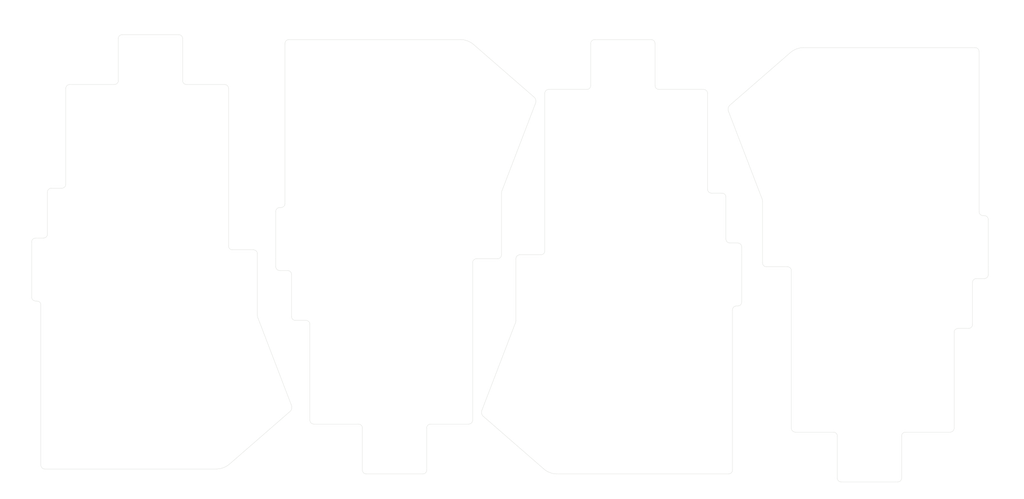
<source format=kicad_pcb>
(kicad_pcb (version 20211014) (generator pcbnew)

  (general
    (thickness 1.6)
  )

  (paper "A4")
  (layers
    (0 "F.Cu" signal)
    (31 "B.Cu" signal)
    (32 "B.Adhes" user "B.Adhesive")
    (33 "F.Adhes" user "F.Adhesive")
    (34 "B.Paste" user)
    (35 "F.Paste" user)
    (36 "B.SilkS" user "B.Silkscreen")
    (37 "F.SilkS" user "F.Silkscreen")
    (38 "B.Mask" user)
    (39 "F.Mask" user)
    (40 "Dwgs.User" user "User.Drawings")
    (41 "Cmts.User" user "User.Comments")
    (42 "Eco1.User" user "User.Eco1")
    (43 "Eco2.User" user "User.Eco2")
    (44 "Edge.Cuts" user)
    (45 "Margin" user)
    (46 "B.CrtYd" user "B.Courtyard")
    (47 "F.CrtYd" user "F.Courtyard")
    (48 "B.Fab" user)
    (49 "F.Fab" user)
    (50 "User.1" user)
    (51 "User.2" user)
    (52 "User.3" user)
    (53 "User.4" user)
    (54 "User.5" user)
    (55 "User.6" user)
    (56 "User.7" user)
    (57 "User.8" user)
    (58 "User.9" user)
  )

  (setup
    (stackup
      (layer "F.SilkS" (type "Top Silk Screen"))
      (layer "F.Paste" (type "Top Solder Paste"))
      (layer "F.Mask" (type "Top Solder Mask") (thickness 0.01))
      (layer "F.Cu" (type "copper") (thickness 0.035))
      (layer "dielectric 1" (type "core") (thickness 1.51) (material "FR4") (epsilon_r 4.5) (loss_tangent 0.02))
      (layer "B.Cu" (type "copper") (thickness 0.035))
      (layer "B.Mask" (type "Bottom Solder Mask") (thickness 0.01))
      (layer "B.Paste" (type "Bottom Solder Paste"))
      (layer "B.SilkS" (type "Bottom Silk Screen"))
      (copper_finish "None")
      (dielectric_constraints no)
    )
    (pad_to_mask_clearance 0)
    (pcbplotparams
      (layerselection 0x0001000_7ffffffe)
      (disableapertmacros false)
      (usegerberextensions true)
      (usegerberattributes false)
      (usegerberadvancedattributes false)
      (creategerberjobfile false)
      (svguseinch false)
      (svgprecision 6)
      (excludeedgelayer true)
      (plotframeref false)
      (viasonmask false)
      (mode 1)
      (useauxorigin false)
      (hpglpennumber 1)
      (hpglpenspeed 20)
      (hpglpendiameter 15.000000)
      (dxfpolygonmode true)
      (dxfimperialunits true)
      (dxfusepcbnewfont true)
      (psnegative false)
      (psa4output false)
      (plotreference true)
      (plotvalue true)
      (plotinvisibletext false)
      (sketchpadsonfab false)
      (subtractmaskfromsilk false)
      (outputformat 5)
      (mirror false)
      (drillshape 0)
      (scaleselection 1)
      (outputdirectory "../case production/")
    )
  )

  (net 0 "")

  (gr_rect (start -80 10) (end 310 200) (layer "Cmts.User") (width 0.15) (fill none) (tstamp 9b377b7a-5b5d-4764-8ea7-63017c374dd1))
  (gr_arc (start 222.939339 174.56066) (mid 221.878678 174.121322) (end 221.439343 173.060662) (layer "Edge.Cuts") (width 0.1) (tstamp 00ba0519-90e1-41fc-a693-3811ce0af253))
  (gr_line (start 225.939341 28.060661) (end 291.439339 28.060658) (layer "Edge.Cuts") (width 0.1) (tstamp 02e162aa-5b70-4ed4-94eb-de6f760d3d69))
  (gr_arc (start 201 102.500001) (mid 202.06066 102.939341) (end 202.5 104.000001) (layer "Edge.Cuts") (width 0.1) (tstamp 030eb69d-ab72-410e-b8e9-441656837404))
  (gr_arc (start -54.999987 80.121357) (mid -55.439354 81.181989) (end -56.499985 81.621359) (layer "Edge.Cuts") (width 0.1) (tstamp 0333fd4e-b01e-4f5f-8882-85d1518664a5))
  (gr_line (start 143.500001 44.000002) (end 128.999999 44) (layer "Edge.Cuts") (width 0.1) (tstamp 03db1a4c-b093-437b-a2c6-d00aec5227a7))
  (gr_line (start 116.236071 133.118035) (end 103.602635 166.051316) (layer "Edge.Cuts") (width 0.1) (tstamp 0782e91c-d959-4c9f-9c58-0ebd345385f1))
  (gr_arc (start 144.999998 42.500003) (mid 144.560658 43.560659) (end 143.500001 44.000002) (layer "Edge.Cuts") (width 0.1) (tstamp 080d87df-6aa0-4452-90e8-f93692bfa1ba))
  (gr_arc (start -61.999985 99.121359) (mid -62.439353 100.181992) (end -63.499984 100.621356) (layer "Edge.Cuts") (width 0.1) (tstamp 0a73421c-4bee-4d37-a921-3609dbc05f0f))
  (gr_arc (start 211.939339 111.56066) (mid 210.878679 111.12132) (end 210.43934 110.060659) (layer "Edge.Cuts") (width 0.1) (tstamp 0cb3ea15-66cf-4c4e-a771-eecf7c243b1b))
  (gr_line (start 291.939341 116.06066) (end 294.939338 116.060661) (layer "Edge.Cuts") (width 0.1) (tstamp 0ccb003e-a9c9-49b7-b276-1efe7e75e0d6))
  (gr_arc (start 127.499999 105.5) (mid 127.060658 106.56066) (end 125.999997 106.999997) (layer "Edge.Cuts") (width 0.1) (tstamp 106894ed-c9d3-43f2-a7c2-8b6fec7a7aa7))
  (gr_line (start 189.500001 82) (end 189.499998 45.5) (layer "Edge.Cuts") (width 0.1) (tstamp 13695792-e4c1-4ce5-9105-812f3069a4f3))
  (gr_arc (start -67.999988 102.121359) (mid -67.560675 101.060667) (end -66.499982 100.621362) (layer "Edge.Cuts") (width 0.1) (tstamp 13aa6e4e-6f62-47b8-8933-54ecd78c55ad))
  (gr_arc (start 194.999999 83.499999) (mid 196.060661 83.939338) (end 196.500002 84.999999) (layer "Edge.Cuts") (width 0.1) (tstamp 161c78ab-4d3f-49fb-bc34-54ebe05373ce))
  (gr_arc (start 8.500015 105.121358) (mid 7.439371 104.682011) (end 7.000011 103.621361) (layer "Edge.Cuts") (width 0.1) (tstamp 17300845-c35f-4ccb-bb86-e0cf6aa2ee19))
  (gr_line (start 188 44.000004) (end 171.000002 44.000002) (layer "Edge.Cuts") (width 0.1) (tstamp 1930fd67-797b-4678-bd67-52839cc3d2a2))
  (gr_arc (start 290.439341 117.56066) (mid 290.878698 116.500041) (end 291.939341 116.06066) (layer "Edge.Cuts") (width 0.1) (tstamp 21345984-ea2c-4520-916f-2cab0d1d5b64))
  (gr_arc (start 39.499999 171.499999) (mid 38.43934 171.060659) (end 38 170) (layer "Edge.Cuts") (width 0.1) (tstamp 218688bd-bb85-4adc-b9d8-04e08a273e2d))
  (gr_line (start 127.5 45.499999) (end 127.499999 105.5) (layer "Edge.Cuts") (width 0.1) (tstamp 23ae8e1d-370d-4584-bd59-e8886d1c6837))
  (gr_arc (start 30.897381 164.172675) (mid 31.093946 165.461159) (end 30.50001 166.621362) (layer "Edge.Cuts") (width 0.1) (tstamp 26594d7d-7b0b-4a29-83dc-a2d0b858d1f5))
  (gr_line (start 111.263932 82.381966) (end 123.897367 49.448683) (layer "Edge.Cuts") (width 0.1) (tstamp 27ec786a-c993-4c9a-aeb1-c6fbf3519ef8))
  (gr_arc (start 132.000003 190.5) (mid 129.323544 189.941143) (end 127.000001 188.5) (layer "Edge.Cuts") (width 0.1) (tstamp 2861e7fd-1dbd-4cae-bb5b-a2cde4f6b09b))
  (gr_arc (start 198.000001 102.5) (mid 196.93934 102.060661) (end 196.500001 101) (layer "Edge.Cuts") (width 0.1) (tstamp 28901072-dc38-4667-b8c2-34da03b2696a))
  (gr_arc (start -34.999987 40.621356) (mid -35.439357 41.681978) (end -36.499986 42.121362) (layer "Edge.Cuts") (width 0.1) (tstamp 29fa5118-bd84-485e-9e29-a5155136c1a4))
  (gr_line (start 125.999997 106.999997) (end 117.999999 107) (layer "Edge.Cuts") (width 0.1) (tstamp 2abe6573-691b-4820-a138-58317a404c16))
  (gr_arc (start 294.43934 92.060661) (mid 293.378665 91.621332) (end 292.93934 90.560657) (layer "Edge.Cuts") (width 0.1) (tstamp 2f488157-077f-4964-9f39-0c6bd2e1bbc3))
  (gr_arc (start 296.43934 114.56066) (mid 296.000016 115.621362) (end 294.939338 116.060661) (layer "Edge.Cuts") (width 0.1) (tstamp 366def3d-5ea8-4400-9e6d-b5a3c9ba914f))
  (gr_arc (start 210.175412 85.442624) (mid 210.372462 85.986279) (end 210.439339 86.560663) (layer "Edge.Cuts") (width 0.1) (tstamp 3dfb96e0-32bd-49e6-8caf-d163120d88e5))
  (gr_arc (start 219.939337 111.560663) (mid 220.999998 111.999999) (end 221.43934 113.060658) (layer "Edge.Cuts") (width 0.1) (tstamp 3f1c38fd-3772-42f9-8e9e-494734e4b675))
  (gr_arc (start 294.93934 92.060661) (mid 295.999987 92.500013) (end 296.439341 93.560661) (layer "Edge.Cuts") (width 0.1) (tstamp 3f482134-a4d7-477e-9309-a4ed9baa627d))
  (gr_arc (start 237.439341 174.560658) (mid 238.499993 175.000002) (end 238.939336 176.060657) (layer "Edge.Cuts") (width 0.1) (tstamp 429ef34a-6b36-4b74-97c9-46db74ae38d5))
  (gr_line (start -10.499984 40.621363) (end -10.499985 24.621355) (layer "Edge.Cuts") (width 0.1) (tstamp 43f20e7e-7f1b-432e-9eeb-8fb88dd0d8f0))
  (gr_arc (start 26.5 112.999999) (mid 25.439342 112.560659) (end 25.000001 111.5) (layer "Edge.Cuts") (width 0.1) (tstamp 442f5304-84ae-4aa0-a65d-ab6cc42867f2))
  (gr_line (start 24.999999 90.5) (end 25 108.499999) (layer "Edge.Cuts") (width 0.1) (tstamp 44736c8e-2607-4012-87f0-309a06a469e6))
  (gr_line (start -61.999988 83.121358) (end -61.999985 99.121359) (layer "Edge.Cuts") (width 0.1) (tstamp 46c50549-2e27-4f51-b8e8-f2283748c049))
  (gr_line (start 100.5 27.000001) (end 123.500002 47) (layer "Edge.Cuts") (width 0.1) (tstamp 476912c2-65da-47a3-88b5-d43cb60548ce))
  (gr_line (start 199 128.000003) (end 199.000007 188.999998) (layer "Edge.Cuts") (width 0.1) (tstamp 4795e633-b336-43d5-9e14-034279d6e1e3))
  (gr_arc (start 240.439337 193.560662) (mid 239.378679 193.121322) (end 238.939337 192.060664) (layer "Edge.Cuts") (width 0.1) (tstamp 4905af1f-2843-45df-b4b2-b74c11f1402d))
  (gr_line (start -64.499995 187.121358) (end -64.499985 126.12136) (layer "Edge.Cuts") (width 0.1) (tstamp 49c6ee38-e46a-42d9-9109-b2afe599a70e))
  (gr_line (start 284.939339 135.060659) (end 288.939341 135.06066) (layer "Edge.Cuts") (width 0.1) (tstamp 4a111f15-89fc-46f3-aae2-39fa97886105))
  (gr_arc (start 283.43934 136.56066) (mid 283.878696 135.500041) (end 284.939339 135.060659) (layer "Edge.Cuts") (width 0.1) (tstamp 4a480c5e-eae9-44b8-b73b-0b2fb5787ad0))
  (gr_arc (start -62.999987 188.62136) (mid -64.060687 188.182056) (end -64.499995 187.121358) (layer "Edge.Cuts") (width 0.1) (tstamp 4d2d1137-17cd-44e5-a28b-058f292ccda0))
  (gr_arc (start 202.500001 124.999999) (mid 202.060662 126.060661) (end 201 126.499999) (layer "Edge.Cuts") (width 0.1) (tstamp 4dedc4d7-9d4c-4efd-9773-1c295464e126))
  (gr_arc (start 171.000002 44.000002) (mid 169.93934 43.560662) (end 169.500001 42.5) (layer "Edge.Cuts") (width 0.1) (tstamp 4e318e53-d1eb-478d-a62e-dca830c60d71))
  (gr_line (start -11.999985 23.121358) (end -33.499986 23.12136) (layer "Edge.Cuts") (width 0.1) (tstamp 4f7d3bfd-9052-412e-9667-c6f86b0617c1))
  (gr_arc (start 100 110) (mid 100.43934 108.939339) (end 101.5 108.5) (layer "Edge.Cuts") (width 0.1) (tstamp 4fbe04c8-55e5-457f-9955-be3644559b6d))
  (gr_arc (start 199.000007 188.999998) (mid 198.560668 190.060664) (end 197.500001 190.500001) (layer "Edge.Cuts") (width 0.1) (tstamp 51757f39-6b58-4073-823b-7e232714c1f8))
  (gr_arc (start 199 128.000003) (mid 199.439339 126.939341) (end 200.5 126.5) (layer "Edge.Cuts") (width 0.1) (tstamp 569b3222-c2f9-45e4-a003-180a564b1620))
  (gr_line (start 127.000001 188.5) (end 104 168.500001) (layer "Edge.Cuts") (width 0.1) (tstamp 575907c2-aed9-443a-ad81-4e01c58eaf03))
  (gr_arc (start 82.5 172.999999) (mid 82.939341 171.93934) (end 84.000001 171.5) (layer "Edge.Cuts") (width 0.1) (tstamp 57e4007c-ceeb-4e9c-988c-c49637da2139))
  (gr_line (start 26.999999 89.000001) (end 26.5 88.999999) (layer "Edge.Cuts") (width 0.1) (tstamp 58ceb97d-f09d-4cd4-8aff-3523383345b2))
  (gr_arc (start 7.500013 186.621359) (mid 5.176472 188.062519) (end 2.50001 188.621359) (layer "Edge.Cuts") (width 0.1) (tstamp 5ad04e47-7c11-493e-8ec4-db3c4d9de81f))
  (gr_line (start 211.939339 111.56066) (end 219.939337 111.560663) (layer "Edge.Cuts") (width 0.1) (tstamp 608b44a6-15e2-4285-b321-4c318808aa7c))
  (gr_line (start 296.439342 111.56066) (end 296.439341 93.560661) (layer "Edge.Cuts") (width 0.1) (tstamp 62ae6ddc-3d49-4ebb-9698-56b2c7b70e09))
  (gr_line (start 30.50001 166.621362) (end 7.500013 186.621359) (layer "Edge.Cuts") (width 0.1) (tstamp 63d6bf9d-40bf-4337-a094-0b277ce92746))
  (gr_line (start -36.499986 42.121362) (end -53.499985 42.121361) (layer "Edge.Cuts") (width 0.1) (tstamp 65e50457-e7d9-4aa4-8550-242ff59878e2))
  (gr_arc (start 110.999999 83.499999) (mid 111.066876 82.925617) (end 111.263932 82.381966) (layer "Edge.Cuts") (width 0.1) (tstamp 69660601-3cac-47b7-951f-39fd2dc0cf4b))
  (gr_line (start -34.999986 24.621359) (end -34.999987 40.621356) (layer "Edge.Cuts") (width 0.1) (tstamp 6c16aaff-2c90-4850-9d15-53abeb2d5f88))
  (gr_line (start 100 170) (end 100 110) (layer "Edge.Cuts") (width 0.1) (tstamp 6dc573fb-e0a8-46ef-8ead-5a396344f87f))
  (gr_line (start 39.499999 171.499999) (end 56.499999 171.5) (layer "Edge.Cuts") (width 0.1) (tstamp 70921b80-4a63-4609-b176-62fef2423ae1))
  (gr_line (start 169.500001 42.5) (end 169.499999 26.5) (layer "Edge.Cuts") (width 0.1) (tstamp 7297b465-162f-41de-820c-2d18bf81b6c7))
  (gr_line (start -56.499985 81.621359) (end -60.499984 81.621355) (layer "Edge.Cuts") (width 0.1) (tstamp 7697685c-fa62-4f5f-8bb4-e2331f4bd64f))
  (gr_line (start 16.500013 105.121358) (end 8.500015 105.121358) (layer "Edge.Cuts") (width 0.1) (tstamp 78c317cb-01b8-4cea-b12d-099efbc71384))
  (gr_line (start 197.541976 52.509345) (end 210.175412 85.442624) (layer "Edge.Cuts") (width 0.1) (tstamp 7920f61f-28a6-4805-ba0f-cb1ccfa86375))
  (gr_arc (start -65.999984 124.621359) (mid -64.939313 125.060687) (end -64.499985 126.12136) (layer "Edge.Cuts") (width 0.1) (tstamp 7aa719db-6133-4b5a-9d60-b8e300311eed))
  (gr_line (start 197.500001 190.500001) (end 132.000003 190.5) (layer "Edge.Cuts") (width 0.1) (tstamp 7cd3c73e-9577-4ec8-b56d-74fc009a192e))
  (gr_arc (start 127.5 45.499999) (mid 127.93934 44.43934) (end 128.999999 44) (layer "Edge.Cuts") (width 0.1) (tstamp 7e9f0071-2b55-4e3e-a231-31101e1a3724))
  (gr_arc (start -61.999988 83.121358) (mid -61.560675 82.060669) (end -60.499984 81.621355) (layer "Edge.Cuts") (width 0.1) (tstamp 7eb20018-98d6-4ad0-9c1a-b40d3ed5ae24))
  (gr_arc (start 191 83.499999) (mid 189.939341 83.060659) (end 189.500001 82) (layer "Edge.Cuts") (width 0.1) (tstamp 82f9318b-489e-4a9d-82a3-ca3f853095de))
  (gr_arc (start 28.500001 26.5) (mid 28.93934 25.439341) (end 29.999999 25.000001) (layer "Edge.Cuts") (width 0.1) (tstamp 83e44ad1-ac8c-44be-ba11-dedd452ea5b2))
  (gr_line (start -67.999988 102.121359) (end -67.999986 105.121356) (layer "Edge.Cuts") (width 0.1) (tstamp 85a37e42-e25d-4690-b5f7-2d3cfc8c0b19))
  (gr_arc (start 220.939344 30.060661) (mid 223.262886 28.619521) (end 225.939341 28.060661) (layer "Edge.Cuts") (width 0.1) (tstamp 8639bcd9-c16c-4aaa-ad86-6130c1e569c5))
  (gr_arc (start 263.439339 192.060662) (mid 263.000015 193.121361) (end 261.939339 193.560661) (layer "Edge.Cuts") (width 0.1) (tstamp 87447162-a453-4969-82b8-863f7a2f3cbd))
  (gr_arc (start 197.541976 52.509345) (mid 197.345411 51.220864) (end 197.939338 50.06066) (layer "Edge.Cuts") (width 0.1) (tstamp 87cef7df-f373-438f-b602-d11dcc4fec45))
  (gr_line (start 111 107.000001) (end 110.999999 83.499999) (layer "Edge.Cuts") (width 0.1) (tstamp 894ff266-3bed-4d51-a782-277a2684c80e))
  (gr_line (start 59.5 190.5) (end 81 190.499999) (layer "Edge.Cuts") (width 0.1) (tstamp 89b5064c-ed6c-41c5-976b-b84fccb13b3a))
  (gr_arc (start -11.999985 23.121358) (mid -10.939306 23.560687) (end -10.499985 24.621355) (layer "Edge.Cuts") (width 0.1) (tstamp 89ea2fed-8666-49ff-add0-0c5e53e38af9))
  (gr_arc (start -66.499987 124.621361) (mid -67.560638 124.182007) (end -67.99999 123.121355) (layer "Edge.Cuts") (width 0.1) (tstamp 8b23f301-56b6-4330-aa8e-1b1a66c9231b))
  (gr_line (start 210.439339 86.560663) (end 210.43934 110.060659) (layer "Edge.Cuts") (width 0.1) (tstamp 8dc59ee5-b252-48a6-a3e2-bb134958bbff))
  (gr_line (start 194.999999 83.499999) (end 191 83.499999) (layer "Edge.Cuts") (width 0.1) (tstamp 9304813c-828b-4c08-b7ae-05a83b2339d6))
  (gr_line (start 38 133.5) (end 38 170) (layer "Edge.Cuts") (width 0.1) (tstamp 94b2485e-7f2e-4fca-a6e4-502d04f55b12))
  (gr_arc (start 5.500014 42.121356) (mid 6.560691 42.560688) (end 7.000014 43.621358) (layer "Edge.Cuts") (width 0.1) (tstamp 9591cce4-9d80-4664-975f-5b57b064b535))
  (gr_line (start 222.939339 174.56066) (end 237.439341 174.560658) (layer "Edge.Cuts") (width 0.1) (tstamp 9989e6c7-ff27-401a-9be0-d423bdcfc62d))
  (gr_arc (start 291.439339 28.060658) (mid 292.500052 28.499976) (end 292.939347 29.560662) (layer "Edge.Cuts") (width 0.1) (tstamp 9b17cbde-1646-4fc3-bf1e-1bb784ebf0c4))
  (gr_line (start 144.999997 26.499996) (end 144.999998 42.500003) (layer "Edge.Cuts") (width 0.1) (tstamp 9c052a08-a5f7-42ce-b010-2fa9634fbae2))
  (gr_arc (start 16.500013 105.121358) (mid 17.56069 105.560689) (end 18.000014 106.62136) (layer "Edge.Cuts") (width 0.1) (tstamp 9d0c9601-2f1a-4c82-ba4d-b31c51cfa218))
  (gr_line (start 296.43934 114.56066) (end 296.439342 111.56066) (layer "Edge.Cuts") (width 0.1) (tstamp 9e2889ad-fe88-48d2-ac35-96257333d216))
  (gr_line (start 196.500001 101) (end 196.500002 84.999999) (layer "Edge.Cuts") (width 0.1) (tstamp 9e2bd4ca-0c88-4c53-93cb-466d14d739ae))
  (gr_line (start 290.439342 133.560662) (end 290.439341 117.56066) (layer "Edge.Cuts") (width 0.1) (tstamp 9e5b4d01-5d81-4c22-8277-0e5f2ef49b77))
  (gr_arc (start 263.439342 176.060661) (mid 263.878698 175.000042) (end 264.93934 174.56066) (layer "Edge.Cuts") (width 0.1) (tstamp a0ac408e-904c-42c7-88e2-40db598426b8))
  (gr_arc (start 100 170) (mid 99.56066 171.06066) (end 98.5 171.500001) (layer "Edge.Cuts") (width 0.1) (tstamp a121f28c-73f6-4d7e-b8d8-5898839a1036))
  (gr_line (start 30.897381 164.172675) (end 18.263943 131.239393) (layer "Edge.Cuts") (width 0.1) (tstamp a2bfd437-f2bc-442d-84ca-629cd631850f))
  (gr_line (start 263.439339 192.060662) (end 263.439342 176.060661) (layer "Edge.Cuts") (width 0.1) (tstamp a51a587b-249b-43c4-9448-5ac34a6426aa))
  (gr_arc (start 29.5 113) (mid 30.56066 113.43934) (end 31 114.5) (layer "Edge.Cuts") (width 0.1) (tstamp a68cb5bf-9ba0-46b6-a41b-341a3a9b0ad2))
  (gr_line (start 202.500001 124.999999) (end 202.500002 106.999999) (layer "Edge.Cuts") (width 0.1) (tstamp a6b5323d-e747-4ee1-b305-4311a7dbe736))
  (gr_arc (start 188 44.000004) (mid 189.060656 44.439343) (end 189.499998 45.5) (layer "Edge.Cuts") (width 0.1) (tstamp a7584c0f-cb6e-4489-8d2b-6ffeded63bcf))
  (gr_arc (start -34.999986 24.621359) (mid -34.560677 23.560662) (end -33.499986 23.12136) (layer "Edge.Cuts") (width 0.1) (tstamp a858e083-c27d-463a-b2c2-7fc0e1218cc4))
  (gr_line (start -54.999983 43.62136) (end -54.999987 80.121357) (layer "Edge.Cuts") (width 0.1) (tstamp a89585bb-ae61-49d3-aebc-138c423dce1b))
  (gr_line (start 197.939338 50.06066) (end 220.939344 30.060661) (layer "Edge.Cuts") (width 0.1) (tstamp ac498a97-ac6b-43a5-949e-e6a8e1bcbce9))
  (gr_line (start 221.43934 113.060658) (end 221.439343 173.060662) (layer "Edge.Cuts") (width 0.1) (tstamp ac6806d4-e715-4247-954e-bf42a9de4aa2))
  (gr_line (start 5.500014 42.121356) (end -8.999985 42.121361) (layer "Edge.Cuts") (width 0.1) (tstamp aec260d3-c6c1-4918-a521-893fdf5babd2))
  (gr_line (start 58 173) (end 57.999999 189) (layer "Edge.Cuts") (width 0.1) (tstamp b30ee230-04e8-4ce7-9ab6-e743c575f512))
  (gr_line (start 31 114.5) (end 31 130.500001) (layer "Edge.Cuts") (width 0.1) (tstamp b55d8acc-2fc2-4f37-9502-37b84d374c79))
  (gr_line (start 116.5 108.500001) (end 116.499999 131.999999) (layer "Edge.Cuts") (width 0.1) (tstamp b56e7a69-6242-4c23-9683-0e6198d6c116))
  (gr_line (start 240.439337 193.560662) (end 261.939339 193.560661) (layer "Edge.Cuts") (width 0.1) (tstamp b5ece10c-4806-464e-a499-f75c31dbd10d))
  (gr_arc (start 36.500001 131.999999) (mid 37.560662 132.439339) (end 38 133.5) (layer "Edge.Cuts") (width 0.1) (tstamp b67b379c-b801-4870-977b-84679afb2c1d))
  (gr_line (start 25 108.499999) (end 25.000001 111.5) (layer "Edge.Cuts") (width 0.1) (tstamp b72c0686-5552-4514-9ca7-d20cb35bdbfa))
  (gr_arc (start 82.500001 188.999999) (mid 82.060661 190.060659) (end 81 190.499999) (layer "Edge.Cuts") (width 0.1) (tstamp b7b2c7f3-7011-419a-8350-c9a63c4d631f))
  (gr_line (start 292.939347 29.560662) (end 292.93934 90.560657) (layer "Edge.Cuts") (width 0.1) (tstamp b91ccda4-8b3d-41c7-8bed-d65c1d6e3b97))
  (gr_line (start 2.50001 188.621359) (end -62.999987 188.62136) (layer "Edge.Cuts") (width 0.1) (tstamp bd625136-21fb-4cb4-9c09-f85dc400e8d3))
  (gr_arc (start 104 168.500001) (mid 103.406071 167.339798) (end 103.602635 166.051316) (layer "Edge.Cuts") (width 0.1) (tstamp bf131eaf-dc14-4749-a94b-8605a2402672))
  (gr_arc (start 144.999997 26.499996) (mid 145.439338 25.439337) (end 146.499997 24.999998) (layer "Edge.Cuts") (width 0.1) (tstamp bf453fb7-e43f-4b21-9c0b-02edc63f585a))
  (gr_line (start 202.500002 106.999999) (end 202.5 104.000001) (layer "Edge.Cuts") (width 0.1) (tstamp c06424ae-0b94-4f23-94f1-e9f130e0884c))
  (gr_line (start 264.93934 174.56066) (end 281.93934 174.560656) (layer "Edge.Cuts") (width 0.1) (tstamp c545c68d-2a3e-43ff-b225-1644714fbc6a))
  (gr_line (start 283.439338 173.06066) (end 283.43934 136.56066) (layer "Edge.Cuts") (width 0.1) (tstamp c597d7e6-e9b9-4e21-81b9-ad0854d2ccab))
  (gr_line (start 294.93934 92.060661) (end 294.43934 92.060661) (layer "Edge.Cuts") (width 0.1) (tstamp c8446442-f7de-4e3e-8a4a-e3c1ad624500))
  (gr_line (start 7.000011 103.621361) (end 7.000014 43.621358) (layer "Edge.Cuts") (width 0.1) (tstamp c8609ab7-0b59-41aa-a608-82e604e09bc1))
  (gr_arc (start 111 107.000001) (mid 110.560659 108.06066) (end 109.5 108.5) (layer "Edge.Cuts") (width 0.1) (tstamp c875a719-1398-4726-b8b4-d0ccc2d7d906))
  (gr_arc (start 24.999999 90.5) (mid 25.439339 89.439338) (end 26.5 88.999999) (layer "Edge.Cuts") (width 0.1) (tstamp c9387d19-80dd-4bc7-b99c-aef79be521d6))
  (gr_line (start -66.499987 124.621361) (end -65.999984 124.621359) (layer "Edge.Cuts") (width 0.1) (tstamp ca794f7b-1bfe-4684-b371-878774954285))
  (gr_line (start -67.999986 105.121356) (end -67.99999 123.121355) (layer "Edge.Cuts") (width 0.1) (tstamp cb4c5099-f844-4e94-a173-db9a4681701c))
  (gr_arc (start -54.999983 43.62136) (mid -54.560673 42.560672) (end -53.499985 42.121361) (layer "Edge.Cuts") (width 0.1) (tstamp cccc40a6-439c-443d-8536-432be9d45ab2))
  (gr_arc (start 32.499999 132.000001) (mid 31.439339 131.560661) (end 31 130.500001) (layer "Edge.Cuts") (width 0.1) (tstamp d03cd4fb-bf55-4f12-8cc3-2b703f84102d))
  (gr_line (start 200.5 126.5) (end 201 126.499999) (layer "Edge.Cuts") (width 0.1) (tstamp d1199ddd-6e81-4cf9-a662-fee36ed05665))
  (gr_arc (start 18.263943 131.239393) (mid 18.066898 130.695739) (end 18.000014 130.121358) (layer "Edge.Cuts") (width 0.1) (tstamp d2eea1b0-f66b-461a-a810-7b8c9eda984c))
  (gr_line (start 82.500001 188.999999) (end 82.5 172.999999) (layer "Edge.Cuts") (width 0.1) (tstamp d31700c2-4782-4904-b7c2-74817f392504))
  (gr_arc (start 59.5 190.5) (mid 58.43934 190.06066) (end 57.999999 189) (layer "Edge.Cuts") (width 0.1) (tstamp d7f11506-3cf3-4264-a2d8-9bfd8d267030))
  (gr_line (start 26.5 112.999999) (end 29.5 113) (layer "Edge.Cuts") (width 0.1) (tstamp da7d168c-d5ec-4902-bf24-a2379f5e1825))
  (gr_arc (start 28.5 87.5) (mid 28.060659 88.56066) (end 26.999999 89.000001) (layer "Edge.Cuts") (width 0.1) (tstamp dabf01b3-d359-43af-9a66-8df30507685f))
  (gr_arc (start 116.5 108.500001) (mid 116.939339 107.43934) (end 117.999999 107) (layer "Edge.Cuts") (width 0.1) (tstamp db550d19-5ec2-4169-878d-3727783616ab))
  (gr_line (start 167.999999 24.999999) (end 146.499997 24.999998) (layer "Edge.Cuts") (width 0.1) (tstamp dba3f144-d1de-46d1-a559-f95726bd1225))
  (gr_arc (start 116.499999 131.999999) (mid 116.433121 132.574381) (end 116.236071 133.118035) (layer "Edge.Cuts") (width 0.1) (tstamp e0cfae7b-9232-4991-8dbc-4dfd1fcb8c75))
  (gr_line (start 101.5 108.5) (end 109.5 108.5) (layer "Edge.Cuts") (width 0.1) (tstamp e15bcd9d-1b43-45b3-951d-e1d6c8b96be3))
  (gr_arc (start 123.500002 47) (mid 124.09393 48.160202) (end 123.897367 49.448683) (layer "Edge.Cuts") (width 0.1) (tstamp e18dcd3f-34fd-4bf6-81b6-6961fac8a089))
  (gr_line (start 238.939336 176.060657) (end 238.939337 192.060664) (layer "Edge.Cuts") (width 0.1) (tstamp e1d04909-314f-4f44-9857-827c35d428df))
  (gr_line (start 32.499999 132.000001) (end 36.500001 131.999999) (layer "Edge.Cuts") (width 0.1) (tstamp e5269a41-5094-401e-97ba-b6af70afd065))
  (gr_arc (start 290.439342 133.560662) (mid 290.000019 134.621364) (end 288.939341 135.06066) (layer "Edge.Cuts") (width 0.1) (tstamp e7c3de8a-74d7-47a5-9548-1237903cf576))
  (gr_arc (start 95.500001 25) (mid 98.176462 25.558851) (end 100.5 27.000001) (layer "Edge.Cuts") (width 0.1) (tstamp e816877b-7ebe-4bbf-96a3-a5178b5a0860))
  (gr_arc (start 56.499999 171.5) (mid 57.56066 171.939339) (end 58 173) (layer "Edge.Cuts") (width 0.1) (tstamp ee29a84b-bdde-4869-8341-070f8a269ce6))
  (gr_line (start -63.499984 100.621356) (end -66.499982 100.621362) (layer "Edge.Cuts") (width 0.1) (tstamp f2675294-2598-49d6-9710-cce72ab142f2))
  (gr_line (start 84.000001 171.5) (end 98.5 171.500001) (layer "Edge.Cuts") (width 0.1) (tstamp f2c9d565-1cae-4139-bc74-0f3fd704ad88))
  (gr_line (start 18.000014 130.121358) (end 18.000014 106.62136) (layer "Edge.Cuts") (width 0.1) (tstamp f5961344-4261-4937-a7e8-88581a0b65c4))
  (gr_arc (start 167.999999 24.999999) (mid 169.060661 25.439339) (end 169.499999 26.5) (layer "Edge.Cuts") (width 0.1) (tstamp f6bfdcd6-a646-4a57-899b-ea2474fd937d))
  (gr_line (start 28.5 87.5) (end 28.500001 26.5) (layer "Edge.Cuts") (width 0.1) (tstamp f7cb0aad-2a7f-406b-9696-4f8bb23496ef))
  (gr_arc (start -8.999985 42.121361) (mid -10.060629 41.682013) (end -10.499984 40.621363) (layer "Edge.Cuts") (width 0.1) (tstamp f8c8778e-4cab-4202-8ae0-8ec4a18eecb6))
  (gr_arc (start 283.439338 173.06066) (mid 283.000016 174.12136) (end 281.93934 174.560656) (layer "Edge.Cuts") (width 0.1) (tstamp fa7c45a1-03dd-4583-b792-fde102d2a224))
  (gr_line (start 29.999999 25.000001) (end 95.500001 25) (layer "Edge.Cuts") (width 0.1) (tstamp fb20bfc5-ff5e-46f5-99da-db5bc038fab4))
  (gr_line (start 201 102.500001) (end 198.000001 102.5) (layer "Edge.Cuts") (width 0.1) (tstamp fc3b065b-d907-4a22-a117-152c3a993bda))

)

</source>
